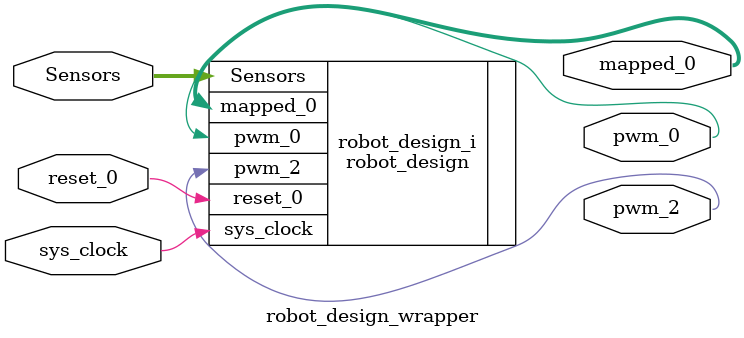
<source format=v>
`timescale 1 ps / 1 ps

module robot_design_wrapper
   (Sensors,
    mapped_0,
    pwm_0,
    pwm_2,
    reset_0,
    sys_clock);
  input [3:0]Sensors;
  output [15:0]mapped_0;
  output pwm_0;
  output pwm_2;
  input reset_0;
  input sys_clock;

  wire [3:0]Sensors;
  wire [15:0]mapped_0;
  wire pwm_0;
  wire pwm_2;
  wire reset_0;
  wire sys_clock;

  robot_design robot_design_i
       (.Sensors(Sensors),
        .mapped_0(mapped_0),
        .pwm_0(pwm_0),
        .pwm_2(pwm_2),
        .reset_0(reset_0),
        .sys_clock(sys_clock));
endmodule

</source>
